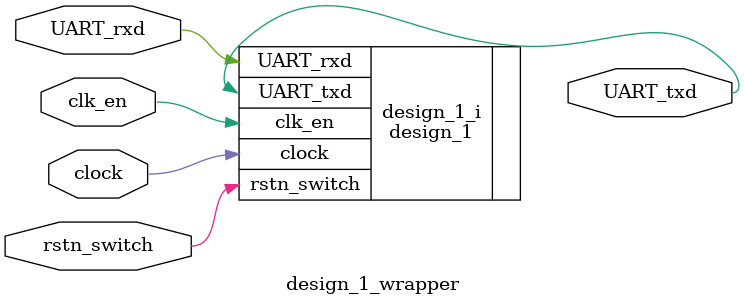
<source format=v>
`timescale 1 ps / 1 ps

module design_1_wrapper
   (UART_rxd,
    UART_txd,
    clk_en,
    clock,
    rstn_switch);
  input UART_rxd;
  output UART_txd;
  input clk_en;
  input clock;
  input rstn_switch;

  wire UART_rxd;
  wire UART_txd;
  wire clk_en;
  wire clock;
  wire rstn_switch;

  design_1 design_1_i
       (.UART_rxd(UART_rxd),
        .UART_txd(UART_txd),
        .clk_en(clk_en),
        .clock(clock),
        .rstn_switch(rstn_switch));
endmodule

</source>
